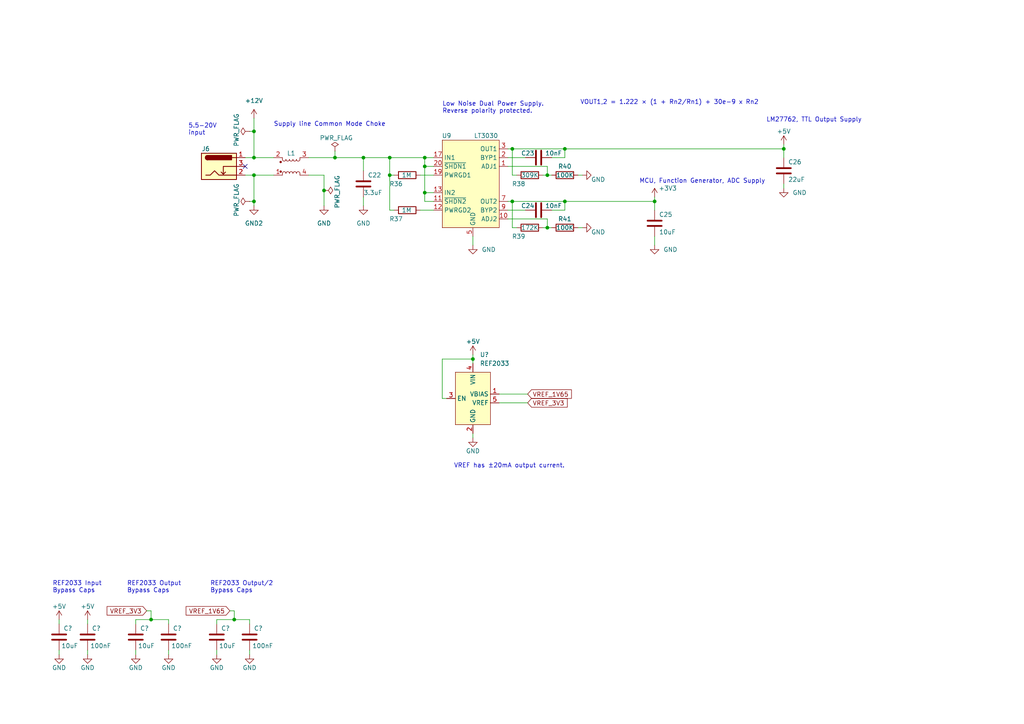
<source format=kicad_sch>
(kicad_sch (version 20230121) (generator eeschema)
  (paper "A4")
  (lib_symbols
    (symbol "Connector:Barrel_Jack_Switch" (pin_names hide)
      (property "Reference" "J" (at 0 5.334 0))
      (property "Value" "Barrel_Jack_Switch" (at 0 -5.08 0))
      (symbol "Barrel_Jack_Switch_0_1"
        (rectangle (start -5.08 3.81) (end 5.08 -3.81) (stroke (width 0.254)) (fill (type background)))
        (arc (start -3.302 3.175) (mid -3.9343 2.54) (end -3.302 1.905) (stroke (width 0.254)))
        (arc (start -3.302 3.175) (mid -3.9343 2.54) (end -3.302 1.905) (stroke (width 0.254)) (fill (type outline)))
        (polyline (pts (xy 1.27 -2.286) (xy 1.905 -1.651)) (stroke (width 0.254)))
        (polyline (pts (xy 5.08 2.54) (xy 3.81 2.54)) (stroke (width 0.254)))
        (polyline (pts (xy 5.08 0) (xy 1.27 0) (xy 1.27 -2.286) (xy 0.635 -1.651)) (stroke (width 0.254)))
        (polyline (pts (xy -3.81 -2.54) (xy -2.54 -2.54) (xy -1.27 -1.27) (xy 0 -2.54) (xy 2.54 -2.54) (xy 5.08 -2.54)) (stroke (width 0.254)))
        (rectangle (start 3.683 3.175) (end -3.302 1.905) (stroke (width 0.254)) (fill (type outline)))
      )
      (symbol "Barrel_Jack_Switch_1_1"
        (pin passive line (at 7.62 2.54 180) (length 2.54) (name "~") (number "1"))
        (pin passive line (at 7.62 -2.54 180) (length 2.54) (name "~") (number "2"))
        (pin passive line (at 7.62 0 180) (length 2.54) (name "~") (number "3"))
      )
    )
    (symbol "Device:C" (pin_numbers hide) (pin_names (offset 0.254))
      (property "Reference" "C" (at 0.635 2.54 0))
      (property "Value" "C" (at 0.635 -2.54 0))
      (symbol "C_0_1"
        (polyline (pts (xy -2.032 -0.762) (xy 2.032 -0.762)) (stroke (width 0.508)))
        (polyline (pts (xy -2.032 0.762) (xy 2.032 0.762)) (stroke (width 0.508)))
      )
      (symbol "C_1_1"
        (pin passive line (at 0 3.81 270) (length 2.794) (name "~") (number "1"))
        (pin passive line (at 0 -3.81 90) (length 2.794) (name "~") (number "2"))
      )
    )
    (symbol "Device:L_Coupled_1423" (pin_names (offset 0.254) hide)
      (property "Reference" "L" (at 0 4.445 0))
      (property "Value" "L_Coupled_1423" (at 0 -4.445 0))
      (symbol "L_Coupled_1423_0_1"
        (circle (center -3.048 -1.27) (radius 0.254) (fill (type outline)))
        (circle (center -3.048 1.524) (radius 0.254) (fill (type outline)))
        (arc (start -2.54 2.032) (mid -2.032 1.5262) (end -1.524 2.032))
        (arc (start -1.524 -2.032) (mid -2.032 -1.5262) (end -2.54 -2.032))
        (arc (start -1.524 2.032) (mid -1.016 1.5262) (end -0.508 2.032))
        (arc (start -0.508 -2.032) (mid -1.016 -1.5262) (end -1.524 -2.032))
        (arc (start -0.508 2.032) (mid 0 1.5262) (end 0.508 2.032))
        (polyline (pts (xy -2.54 -2.032) (xy -2.54 -2.54)))
        (polyline (pts (xy -2.54 2.032) (xy -2.54 2.54)))
        (polyline (pts (xy 2.54 -2.032) (xy 2.54 -2.54)))
        (polyline (pts (xy 2.54 2.54) (xy 2.54 2.032)))
        (arc (start 0.508 -2.032) (mid 0 -1.5262) (end -0.508 -2.032))
        (arc (start 0.508 2.032) (mid 1.016 1.5262) (end 1.524 2.032))
        (arc (start 1.524 -2.032) (mid 1.016 -1.5262) (end 0.508 -2.032))
        (arc (start 1.524 2.032) (mid 2.032 1.5262) (end 2.54 2.032))
        (arc (start 2.54 -2.032) (mid 2.032 -1.5262) (end 1.524 -2.032))
      )
      (symbol "L_Coupled_1423_1_1"
        (pin passive line (at -5.08 2.54 0) (length 2.54) (name "1") (number "1"))
        (pin passive line (at -5.08 -2.54 0) (length 2.54) (name "2") (number "2"))
        (pin passive line (at 5.08 -2.54 180) (length 2.54) (name "3") (number "3"))
        (pin passive line (at 5.08 2.54 180) (length 2.54) (name "4") (number "4"))
      )
    )
    (symbol "Device:R" (pin_numbers hide) (pin_names (offset 0))
      (property "Reference" "R" (at 2.032 0 90))
      (property "Value" "R" (at 0 0 90))
      (symbol "R_0_1"
        (rectangle (start -1.016 -2.54) (end 1.016 2.54) (stroke (width 0.254)))
      )
      (symbol "R_1_1"
        (pin passive line (at 0 3.81 270) (length 1.27) (name "~") (number "1"))
        (pin passive line (at 0 -3.81 90) (length 1.27) (name "~") (number "2"))
      )
    )
    (symbol "kicad_component_library:LT3030"
      (property "Reference" "U" (at -7.62 13.97 0))
      (property "Value" "LT3030" (at 3.81 13.97 0))
      (symbol "LT3030_0_1"
        (rectangle (start -8.89 -12.7) (end 7.62 12.7) (fill (type background)))
      )
      (symbol "LT3030_1_1"
        (pin input line (at 10.16 5.08 180) (length 2.54) (name "ADJ1") (number "1"))
        (pin input line (at 10.16 -10.16 180) (length 2.54) (name "ADJ2") (number "10"))
        (pin input line (at -11.43 -5.08 0) (length 2.54) (name "~{SHDN2}") (number "11"))
        (pin input line (at -11.43 -7.62 0) (length 2.54) (name "PWRGD2") (number "12"))
        (pin power_in line (at -11.43 -2.54 0) (length 2.54) (name "IN2") (number "13"))
        (pin power_in line (at -11.43 -2.54 0) (length 2.54) hide (name "IN2") (number "14"))
        (pin power_in line (at 0 -15.24 90) (length 2.54) hide (name "GND") (number "15"))
        (pin power_in line (at 0 -15.24 90) (length 2.54) hide (name "GND") (number "16"))
        (pin power_in line (at -11.43 7.62 0) (length 2.54) (name "IN1") (number "17"))
        (pin power_in line (at -11.43 7.62 0) (length 2.54) hide (name "IN1") (number "18"))
        (pin input line (at -11.43 2.54 0) (length 2.54) (name "PWRGD1") (number "19"))
        (pin input line (at 10.16 7.62 180) (length 2.54) (name "BYP1") (number "2"))
        (pin input line (at -11.43 5.08 0) (length 2.54) (name "~{SHDN1}") (number "20"))
        (pin power_in line (at 0 -15.24 90) (length 2.54) hide (name "GND") (number "21"))
        (pin power_out line (at 10.16 10.16 180) (length 2.54) (name "OUT1") (number "3"))
        (pin passive line (at 10.16 10.16 180) (length 2.54) hide (name "OUT1") (number "4"))
        (pin power_in line (at 0 -15.24 90) (length 2.54) (name "GND") (number "5"))
        (pin power_in line (at 0 -15.24 90) (length 2.54) hide (name "GND") (number "6"))
        (pin power_out line (at 10.16 -5.08 180) (length 2.54) (name "OUT2") (number "7"))
        (pin passive line (at 10.16 -5.08 180) (length 2.54) hide (name "OUT2") (number "8"))
        (pin input line (at 10.16 -7.62 180) (length 2.54) (name "BYP2") (number "9"))
      )
    )
    (symbol "kicad_component_library:REF20xx"
      (property "Reference" "U" (at -3.81 8.89 0))
      (property "Value" "REF20xx" (at 5.08 8.89 0))
      (symbol "REF20xx_0_1"
        (rectangle (start -5.08 -7.62) (end 5.08 7.62) (fill (type background)))
      )
      (symbol "REF20xx_1_1"
        (pin power_out line (at 7.62 1.27 180) (length 2.54) (name "VBIAS") (number "1"))
        (pin power_in line (at 0 -10.16 90) (length 2.54) (name "GND") (number "2"))
        (pin input line (at -7.62 0 0) (length 2.54) (name "EN") (number "3"))
        (pin power_in line (at 0 10.16 270) (length 2.54) (name "VIN") (number "4"))
        (pin power_out line (at 7.62 -1.27 180) (length 2.54) (name "VREF") (number "5"))
      )
    )
    (symbol "power:+12V" (power) (pin_names (offset 0))
      (property "Value" "+12V" (at 0 3.556 0))
      (symbol "+12V_0_1"
        (polyline (pts (xy -0.762 1.27) (xy 0 2.54)))
        (polyline (pts (xy 0 0) (xy 0 2.54)))
        (polyline (pts (xy 0 2.54) (xy 0.762 1.27)))
      )
      (symbol "+12V_1_1"
        (pin power_in line (at 0 0 90) (length 0) hide (name "+12V") (number "1"))
      )
    )
    (symbol "power:+3.3V" (power) (pin_names (offset 0))
      (property "Value" "+3.3V" (at 0 3.556 0))
      (symbol "+3.3V_0_1"
        (polyline (pts (xy -0.762 1.27) (xy 0 2.54)))
        (polyline (pts (xy 0 0) (xy 0 2.54)))
        (polyline (pts (xy 0 2.54) (xy 0.762 1.27)))
      )
      (symbol "+3.3V_1_1"
        (pin power_in line (at 0 0 90) (length 0) hide (name "+3V3") (number "1"))
      )
    )
    (symbol "power:+5V" (power) (pin_names (offset 0))
      (property "Value" "+5V" (at 0 3.556 0))
      (symbol "+5V_0_1"
        (polyline (pts (xy -0.762 1.27) (xy 0 2.54)))
        (polyline (pts (xy 0 0) (xy 0 2.54)))
        (polyline (pts (xy 0 2.54) (xy 0.762 1.27)))
      )
      (symbol "+5V_1_1"
        (pin power_in line (at 0 0 90) (length 0) hide (name "+5V") (number "1"))
      )
    )
    (symbol "power:GND" (power) (pin_names (offset 0))
      (property "Value" "GND" (at 0 -3.81 0))
      (symbol "GND_0_1"
        (polyline (pts (xy 0 0) (xy 0 -1.27) (xy 1.27 -1.27) (xy 0 -2.54) (xy -1.27 -1.27) (xy 0 -1.27)))
      )
      (symbol "GND_1_1"
        (pin power_in line (at 0 0 270) (length 0) hide (name "GND") (number "1"))
      )
    )
    (symbol "power:GND2" (power) (pin_names (offset 0))
      (property "Value" "GND2" (at 0 -3.81 0))
      (symbol "GND2_0_1"
        (polyline (pts (xy 0 0) (xy 0 -1.27) (xy 1.27 -1.27) (xy 0 -2.54) (xy -1.27 -1.27) (xy 0 -1.27)))
      )
      (symbol "GND2_1_1"
        (pin power_in line (at 0 0 270) (length 0) hide (name "GND2") (number "1"))
      )
    )
    (symbol "power:PWR_FLAG" (power) (pin_numbers hide) (pin_names (offset 0) hide)
      (property "Value" "PWR_FLAG" (at 0 3.81 0))
      (symbol "PWR_FLAG_0_0"
        (pin power_out line (at 0 0 90) (length 0) (name "pwr") (number "1"))
      )
      (symbol "PWR_FLAG_0_1"
        (polyline (pts (xy 0 0) (xy 0 1.27) (xy -1.016 1.905) (xy 0 2.54) (xy 1.016 1.905) (xy 0 1.27)))
      )
    )
  )
  (junction (at 93.98 55.245))
  (junction (at 158.75 50.8))
  (junction (at 163.83 58.42))
  (junction (at 113.03 45.72))
  (junction (at 67.945 179.705))
  (junction (at 97.155 45.72))
  (junction (at 113.03 50.8))
  (junction (at 73.66 38.1))
  (junction (at 123.19 45.72))
  (junction (at 148.59 43.18))
  (junction (at 227.33 43.18))
  (junction (at 105.41 45.72))
  (junction (at 148.59 58.42))
  (junction (at 73.66 45.72))
  (junction (at 189.865 58.42))
  (junction (at 73.66 58.42))
  (junction (at 163.83 43.18))
  (junction (at 158.75 66.04))
  (junction (at 73.66 50.8))
  (junction (at 123.19 55.88))
  (junction (at 123.19 48.26))
  (junction (at 137.16 104.14))
  (junction (at 43.815 179.705))
  (no_connect (at 71.12 48.26))
  (wire (pts (xy 129.54 115.57) (xy 128.27 115.57)))
  (wire (pts (xy 25.4 179.705) (xy 25.4 180.975)))
  (wire (pts (xy 113.03 45.72) (xy 113.03 50.8)))
  (wire (pts (xy 48.895 179.705) (xy 48.895 180.975)))
  (wire (pts (xy 123.19 45.72) (xy 123.19 48.26)))
  (wire (pts (xy 39.37 179.705) (xy 39.37 180.975)))
  (wire (pts (xy 149.86 66.04) (xy 148.59 66.04)))
  (wire (pts (xy 123.19 48.26) (xy 125.73 48.26)))
  (wire (pts (xy 105.41 45.72) (xy 105.41 49.53)))
  (wire (pts (xy 72.39 179.705) (xy 72.39 180.975)))
  (wire (pts (xy 149.86 50.8) (xy 148.59 50.8)))
  (wire (pts (xy 125.73 55.88) (xy 123.19 55.88)))
  (wire (pts (xy 158.75 50.8) (xy 160.02 50.8)))
  (wire (pts (xy 189.865 57.15) (xy 189.865 58.42)))
  (wire (pts (xy 97.155 45.72) (xy 105.41 45.72)))
  (wire (pts (xy 105.41 57.15) (xy 105.41 59.69)))
  (wire (pts (xy 148.59 50.8) (xy 148.59 43.18)))
  (wire (pts (xy 73.66 34.29) (xy 73.66 38.1)))
  (wire (pts (xy 125.73 58.42) (xy 123.19 58.42)))
  (wire (pts (xy 123.19 45.72) (xy 125.73 45.72)))
  (wire (pts (xy 17.145 188.595) (xy 17.145 189.865)))
  (wire (pts (xy 137.16 104.14) (xy 137.16 105.41)))
  (wire (pts (xy 189.865 58.42) (xy 189.865 60.96)))
  (wire (pts (xy 42.545 177.165) (xy 43.815 177.165)))
  (wire (pts (xy 148.59 66.04) (xy 148.59 58.42)))
  (wire (pts (xy 123.19 58.42) (xy 123.19 55.88)))
  (wire (pts (xy 62.865 179.705) (xy 62.865 180.975)))
  (wire (pts (xy 163.83 58.42) (xy 189.865 58.42)))
  (wire (pts (xy 73.66 38.1) (xy 73.66 45.72)))
  (wire (pts (xy 105.41 45.72) (xy 113.03 45.72)))
  (wire (pts (xy 72.39 38.1) (xy 73.66 38.1)))
  (wire (pts (xy 147.32 48.26) (xy 158.75 48.26)))
  (wire (pts (xy 163.83 43.18) (xy 227.33 43.18)))
  (wire (pts (xy 148.59 43.18) (xy 163.83 43.18)))
  (wire (pts (xy 227.33 53.34) (xy 227.33 54.61)))
  (wire (pts (xy 73.66 45.72) (xy 79.375 45.72)))
  (wire (pts (xy 157.48 50.8) (xy 158.75 50.8)))
  (wire (pts (xy 93.98 50.8) (xy 89.535 50.8)))
  (wire (pts (xy 163.83 60.96) (xy 163.83 58.42)))
  (wire (pts (xy 147.32 63.5) (xy 158.75 63.5)))
  (wire (pts (xy 43.815 177.165) (xy 43.815 179.705)))
  (wire (pts (xy 123.19 48.26) (xy 123.19 55.88)))
  (wire (pts (xy 93.98 55.245) (xy 93.98 59.69)))
  (wire (pts (xy 73.66 59.69) (xy 73.66 58.42)))
  (wire (pts (xy 137.16 125.73) (xy 137.16 127)))
  (wire (pts (xy 157.48 66.04) (xy 158.75 66.04)))
  (wire (pts (xy 163.83 45.72) (xy 163.83 43.18)))
  (wire (pts (xy 158.75 66.04) (xy 160.02 66.04)))
  (wire (pts (xy 67.945 177.165) (xy 67.945 179.705)))
  (wire (pts (xy 137.16 68.58) (xy 137.16 71.12)))
  (wire (pts (xy 158.75 48.26) (xy 158.75 50.8)))
  (wire (pts (xy 113.03 50.8) (xy 114.3 50.8)))
  (wire (pts (xy 189.865 68.58) (xy 189.865 71.12)))
  (wire (pts (xy 153.035 116.84) (xy 144.78 116.84)))
  (wire (pts (xy 148.59 58.42) (xy 163.83 58.42)))
  (wire (pts (xy 62.865 179.705) (xy 67.945 179.705)))
  (wire (pts (xy 48.895 188.595) (xy 48.895 189.865)))
  (wire (pts (xy 147.32 58.42) (xy 148.59 58.42)))
  (wire (pts (xy 73.66 58.42) (xy 73.66 50.8)))
  (wire (pts (xy 227.33 43.18) (xy 227.33 45.72)))
  (wire (pts (xy 128.27 115.57) (xy 128.27 104.14)))
  (wire (pts (xy 73.66 50.8) (xy 71.12 50.8)))
  (wire (pts (xy 73.66 50.8) (xy 79.375 50.8)))
  (wire (pts (xy 48.895 179.705) (xy 43.815 179.705)))
  (wire (pts (xy 167.64 50.8) (xy 168.91 50.8)))
  (wire (pts (xy 72.39 58.42) (xy 73.66 58.42)))
  (wire (pts (xy 114.3 60.96) (xy 113.03 60.96)))
  (wire (pts (xy 144.78 114.3) (xy 153.035 114.3)))
  (wire (pts (xy 93.98 50.8) (xy 93.98 55.245)))
  (wire (pts (xy 121.92 50.8) (xy 125.73 50.8)))
  (wire (pts (xy 89.535 45.72) (xy 97.155 45.72)))
  (wire (pts (xy 17.145 179.705) (xy 17.145 180.975)))
  (wire (pts (xy 147.32 60.96) (xy 152.4 60.96)))
  (wire (pts (xy 97.155 43.815) (xy 97.155 45.72)))
  (wire (pts (xy 39.37 179.705) (xy 43.815 179.705)))
  (wire (pts (xy 137.16 102.87) (xy 137.16 104.14)))
  (wire (pts (xy 167.64 66.04) (xy 168.91 66.04)))
  (wire (pts (xy 158.75 63.5) (xy 158.75 66.04)))
  (wire (pts (xy 71.12 45.72) (xy 73.66 45.72)))
  (wire (pts (xy 113.03 50.8) (xy 113.03 60.96)))
  (wire (pts (xy 62.865 188.595) (xy 62.865 189.865)))
  (wire (pts (xy 67.945 179.705) (xy 72.39 179.705)))
  (wire (pts (xy 66.675 177.165) (xy 67.945 177.165)))
  (wire (pts (xy 72.39 188.595) (xy 72.39 189.865)))
  (wire (pts (xy 25.4 188.595) (xy 25.4 189.865)))
  (wire (pts (xy 160.02 60.96) (xy 163.83 60.96)))
  (wire (pts (xy 160.02 45.72) (xy 163.83 45.72)))
  (wire (pts (xy 39.37 188.595) (xy 39.37 189.865)))
  (wire (pts (xy 227.33 41.91) (xy 227.33 43.18)))
  (wire (pts (xy 147.32 43.18) (xy 148.59 43.18)))
  (wire (pts (xy 113.03 45.72) (xy 123.19 45.72)))
  (wire (pts (xy 152.4 45.72) (xy 147.32 45.72)))
  (wire (pts (xy 128.27 104.14) (xy 137.16 104.14)))
  (wire (pts (xy 121.92 60.96) (xy 125.73 60.96)))
  (text "REF2033 Input\nBypass Caps" (at 15.24 172.085 0) (effects (font (size 1.27 1.27)) (justify left bottom)))
  (text "REF2033 Output/2\nBypass Caps" (at 60.96 172.085 0) (effects (font (size 1.27 1.27)) (justify left bottom)))
  (text "MCU, Function Generator, ADC Supply" (at 185.42 53.34 0) (effects (font (size 1.27 1.27)) (justify left bottom)))
  (text "5.5-20V \ninput" (at 54.61 39.37 0) (effects (font (size 1.27 1.27)) (justify left bottom)))
  (text "REF2033 Output\nBypass Caps" (at 36.83 172.085 0) (effects (font (size 1.27 1.27)) (justify left bottom)))
  (text "VOUT1,2 = 1.222 × (1 + Rn2/Rn1) + 30e-9 x Rn2" (at 168.275 30.48 0) (effects (font (size 1.27 1.27)) (justify left bottom)))
  (text "Supply line Common Mode Choke" (at 79.375 36.83 0) (effects (font (size 1.27 1.27)) (justify left bottom)))
  (text "VREF has ±20mA output current." (at 163.83 135.89 0) (effects (font (size 1.27 1.27)) (justify right bottom)))
  (text "Low Noise Dual Power Supply.\nReverse polarity protected." (at 128.27 33.02 0) (effects (font (size 1.27 1.27)) (justify left bottom)))
  (text "LM27762, TTL Output Supply" (at 222.25 35.56 0) (effects (font (size 1.27 1.27)) (justify left bottom)))
  (global_label "VREF_3V3" (shape input) (at 153.035 116.84 0) (property "Intersheetrefs" "${INTERSHEET_REFS}" (effects hide)))
  (global_label "VREF_1V65" (shape input) (at 66.675 177.165 180) (property "Intersheetrefs" "${INTERSHEET_REFS}" (effects hide)))
  (global_label "VREF_1V65" (shape input) (at 153.035 114.3 0) (property "Intersheetrefs" "${INTERSHEET_REFS}" (effects hide)))
  (global_label "VREF_3V3" (shape input) (at 42.545 177.165 180) (property "Intersheetrefs" "${INTERSHEET_REFS}" (effects hide)))
  (symbol (lib_id "Device:C") (at 105.41 53.34 0) (unit 1)
    (property "Reference" "C22" (at 106.68 50.8 0) (effects (justify left)))
    (property "Value" "3.3uF" (at 105.41 55.88 0) (effects (justify left)))
    (property "Footprint" "Capacitor_SMD:C_0805_2012Metric" (effects hide))
    (property "Datasheet" "https://product.tdk.com/system/files/dam/doc/product/capacitor/ceramic/mlcc/catalog/mlcc_automotive_general_en.pdf" (effects hide))
    (property "Link" "https://www.digikey.com/en/products/detail/tdk-corporation/CGA4J1X7R1E335K125AC/2672859" (effects hide))
    (property "Manufacturer" "TDK Corporation" (effects hide))
    (property "Manufacturer Number" "CGA4J1X7R1E335K125AC" (effects hide))
    (property "Rated Voltage" "25V" (effects hide))
    (property "Temperature Coefficient" "X7R" (effects hide))
    (property "Tolerance" "10%" (effects hide))
    (property "Voltage" "25V" (effects hide))
    (instances (project "sniff_detector" (path "" (reference "C22") (unit 1))) (project "harp_lick_detector_capactive" (path "" (reference "C1") (unit 1)) (path "" (reference "C45") (unit 1))))
  )
  (symbol (lib_id "power:GND") (at 137.16 127 0) (unit 1)
    (property "Reference" "#PWR096" (effects hide))
    (property "Value" "GND" (at 137.16 130.81 0))
    (instances (project "sniff_detector" (path "" (reference "#PWR096") (unit 1))) (project "harp_lick_detector_capactive" (path "" (reference "#PWR0109") (unit 1)) (path "" (reference "#PWR0103") (unit 1))))
  )
  (symbol (lib_id "power:PWR_FLAG") (at 72.39 58.42 90) (unit 1)
    (property "Reference" "#FLG03" (effects hide))
    (property "Value" "PWR_FLAG" (at 68.58 62.865 0) (effects (justify left)))
    (instances (project "sniff_detector" (path "" (reference "#FLG03") (unit 1)) (path "" (reference "#FLG04") (unit 1))) (project "harp_lick_detector_capactive" (path "" (reference "#FLG01") (unit 1)) (path "" (reference "#FLG08") (unit 1))))
  )
  (symbol (lib_id "power:GND") (at 168.91 50.8 90) (unit 1)
    (property "Reference" "#PWR052" (effects hide))
    (property "Value" "GND" (at 171.45 52.07 90) (effects (justify right)))
    (instances (project "sniff_detector" (path "" (reference "#PWR052") (unit 1))) (project "harp_lick_detector_capactive" (path "" (reference "#PWR0113") (unit 1)) (path "" (reference "#PWR0105") (unit 1))))
  )
  (symbol (lib_id "power:GND") (at 17.145 189.865 0) (unit 1)
    (property "Reference" "#PWR078" (effects hide))
    (property "Value" "GND" (at 17.145 193.675 0))
    (instances (project "sniff_detector" (path "" (reference "#PWR078") (unit 1))) (project "harp_lick_detector_capactive" (path "" (reference "#PWR0109") (unit 1)) (path "" (reference "#PWR0103") (unit 1))))
  )
  (symbol (lib_id "Device:R") (at 118.11 60.96 90) (unit 1)
    (property "Reference" "R37" (at 116.84 63.5 90) (effects (justify left)))
    (property "Value" "1M" (at 119.38 60.96 90) (effects (justify left)))
    (property "Footprint" "Resistor_SMD:R_0402_1005Metric" (effects hide))
    (property "Datasheet" "https://www.yageo.com/upload/media/product/productsearch/datasheet/rchip/PYu-RC_Group_51_RoHS_L_12.pdf" (effects hide))
    (property "Link" "https://www.digikey.com/en/products/detail/yageo/RC0402FR-101ML/16982190" (effects hide))
    (property "Manufacturer" "Yageo" (effects hide))
    (property "Manufacturer Number" "RC0402FR-101ML" (effects hide))
    (property "Tolerance" "1%" (effects hide))
    (property "PCBWay Link" "https://www.pcbway.com/components/detail/RC0402FR101ML/1269302/" (effects hide))
    (instances (project "sniff_detector" (path "" (reference "R37") (unit 1))) (project "harp_lick_detector_capactive" (path "" (reference "R2") (unit 1)) (path "" (reference "R37") (unit 1))))
  )
  (symbol (lib_id "power:GND") (at 189.865 71.12 0) (unit 1)
    (property "Reference" "#PWR0101" (effects hide))
    (property "Value" "GND" (at 192.405 72.3899 0) (effects (justify left)))
    (instances (project "sniff_detector" (path "" (reference "#PWR0101") (unit 1))) (project "harp_lick_detector_capactive" (path "" (reference "#PWR0114") (unit 1)) (path "" (reference "#PWR0108") (unit 1))))
  )
  (symbol (lib_id "power:+12V") (at 73.66 34.29 0) (unit 1)
    (property "Reference" "#PWR047" (effects hide))
    (property "Value" "+12V" (at 73.66 29.21 0))
    (instances (project "sniff_detector" (path "" (reference "#PWR047") (unit 1))) (project "harp_lick_detector_capactive" (path "" (reference "#PWR0110") (unit 1)) (path "" (reference "#PWR0101") (unit 1))))
  )
  (symbol (lib_id "power:GND") (at 25.4 189.865 0) (unit 1)
    (property "Reference" "#PWR085" (effects hide))
    (property "Value" "GND" (at 25.4 193.675 0))
    (instances (project "sniff_detector" (path "" (reference "#PWR085") (unit 1))) (project "harp_lick_detector_capactive" (path "" (reference "#PWR0109") (unit 1)) (path "" (reference "#PWR0103") (unit 1))))
  )
  (symbol (lib_id "power:PWR_FLAG") (at 97.155 43.815 0) (unit 1)
    (property "Reference" "#FLG03" (effects hide))
    (property "Value" "PWR_FLAG" (at 92.71 40.005 0) (effects (justify left)))
    (instances (project "sniff_detector" (path "" (reference "#FLG03") (unit 1)) (path "" (reference "#FLG07") (unit 1))) (project "harp_lick_detector_capactive" (path "" (reference "#FLG01") (unit 1)) (path "" (reference "#FLG08") (unit 1))))
  )
  (symbol (lib_id "Device:C") (at 227.33 49.53 0) (unit 1)
    (property "Reference" "C26" (at 228.6 46.99 0) (effects (justify left)))
    (property "Value" "22uF" (at 228.6 52.07 0) (effects (justify left)))
    (property "Footprint" "Capacitor_SMD:C_0805_2012Metric" (effects hide))
    (property "Datasheet" "https://media.digikey.com/pdf/Data%20Sheets/Samsung%20PDFs/CL21A226KPCLRNC_Spec.pdf" (effects hide))
    (property "Link" "https://www.digikey.com/en/products/detail/samsung-electro-mechanics/CL21A226KPCLRNC/5961270" (effects hide))
    (property "Manufacturer Number" "CL21A226KPCLRNC" (effects hide))
    (property "Temperature Coefficient" "X5R" (effects hide))
    (property "Rated Voltage" "25V" (effects hide))
    (property "PCBWay Link" "todo" (effects hide))
    (property "Voltage" "25V" (effects hide))
    (property "Manufacturer" "Samsung Electro-Mechanics" (effects hide))
    (instances (project "sniff_detector" (path "" (reference "C26") (unit 1))) (project "harp_lick_detector_capactive" (path "" (reference "C5") (unit 1)) (path "" (reference "C49") (unit 1))))
  )
  (symbol (lib_id "power:PWR_FLAG") (at 72.39 38.1 90) (unit 1)
    (property "Reference" "#FLG03" (effects hide))
    (property "Value" "PWR_FLAG" (at 68.58 42.545 0) (effects (justify left)))
    (instances (project "sniff_detector" (path "" (reference "#FLG03") (unit 1)) (path "" (reference "#FLG08") (unit 1))) (project "harp_lick_detector_capactive" (path "" (reference "#FLG01") (unit 1)) (path "" (reference "#FLG08") (unit 1))))
  )
  (symbol (lib_id "Device:C") (at 62.865 184.785 0) (unit 1)
    (property "Reference" "C?" (at 64.135 182.245 0) (effects (justify left)))
    (property "Value" "10uF" (at 63.5 187.325 0) (effects (justify left)))
    (property "Footprint" "Capacitor_SMD:C_0603_1608Metric" (effects hide))
    (property "Datasheet" "https://search.murata.co.jp/Ceramy/image/img/A01X/G101/ENG/GRM188R61E106KA73-01A.pdf" (effects hide))
    (property "Link" "https://www.digikey.com/en/products/detail/murata-electronics/GRM188R61E106KA73J/9887674" (effects hide))
    (property "Manufacturer Number" "GRM188R61E106KA73J" (effects hide))
    (property "Manufacturer" "Murata Electronics" (effects hide))
    (property "Tolerance" "10%" (effects hide))
    (property "Voltage" "25V" (effects hide))
    (property "Rated Voltage" "25V" (effects hide))
    (property "Temperature Coefficient" "X5R" (effects hide))
    (instances (project "sniff_detector" (path "" (reference "C?") (unit 1)) (path "" (reference "C?") (unit 1)) (path "" (reference "C41") (unit 1))))
  )
  (symbol (lib_id "power:GND") (at 105.41 59.69 0) (unit 1)
    (property "Reference" "#PWR050" (effects hide))
    (property "Value" "GND" (at 105.41 64.77 0))
    (instances (project "sniff_detector" (path "" (reference "#PWR050") (unit 1))) (project "harp_lick_detector_capactive" (path "" (reference "#PWR0109") (unit 1)) (path "" (reference "#PWR0103") (unit 1))))
  )
  (symbol (lib_id "power:+5V") (at 17.145 179.705 0) (mirror y) (unit 1)
    (property "Reference" "#PWR?" (effects hide))
    (property "Value" "+5V" (at 17.145 175.895 0))
    (instances (project "sniff_detector" (path "" (reference "#PWR?") (unit 1)) (path "" (reference "#PWR?") (unit 1)) (path "" (reference "#PWR077") (unit 1))))
  )
  (symbol (lib_id "Device:R") (at 153.67 66.04 90) (unit 1)
    (property "Reference" "R39" (at 152.4 68.58 90) (effects (justify left)))
    (property "Value" "172K" (at 156.21 66.04 90) (effects (justify left)))
    (property "Footprint" "Resistor_SMD:R_0402_1005Metric" (effects hide))
    (property "Datasheet" "https://www.koaspeer.com/pdfs/RN73H.pdf" (effects hide))
    (property "Link" "https://www.digikey.com/en/products/detail/koa-speer-electronics-inc/RN73H1ETTP1723F25/9913967" (effects hide))
    (property "Manufacturer" "Koa Speer Electronics, Inc." (effects hide))
    (property "Manufacturer Number" "RN73H1ETTP1723F25" (effects hide))
    (property "Tolerance" "1%" (effects hide))
    (property "Vendor Reel Link" "2019-RN73H1ETTP1723F25DKR-ND" (effects hide))
    (instances (project "sniff_detector" (path "" (reference "R39") (unit 1))) (project "harp_lick_detector_capactive" (path "" (reference "R62") (unit 1)) (path "" (reference "R39") (unit 1))))
  )
  (symbol (lib_id "power:GND") (at 62.865 189.865 0) (unit 1)
    (property "Reference" "#PWR088" (effects hide))
    (property "Value" "GND" (at 62.865 193.675 0))
    (instances (project "sniff_detector" (path "" (reference "#PWR088") (unit 1))) (project "harp_lick_detector_capactive" (path "" (reference "#PWR0109") (unit 1)) (path "" (reference "#PWR0103") (unit 1))))
  )
  (symbol (lib_id "Device:C") (at 156.21 45.72 270) (unit 1)
    (property "Reference" "C23" (at 151.13 44.45 90) (effects (justify left)))
    (property "Value" "10nF" (at 158.115 44.45 90) (effects (justify left)))
    (property "Footprint" "Capacitor_SMD:C_0402_1005Metric" (effects hide))
    (property "Datasheet" "https://www.yageo.com/upload/media/product/productsearch/datasheet/mlcc/UPY-GPHC_X7R_6.3V-to-250V_23.pdf" (effects hide))
    (property "Link" "https://www.digikey.com/en/products/detail/yageo/CC0402KPX7R8BB103/11490384" (effects hide))
    (property "Manufacturer" "Yageo" (effects hide))
    (property "Manufacturer Number" "CC0402KPX7R8BB103" (effects hide))
    (property "Rated Voltage" "25V" (effects hide))
    (property "Temperature Coefficient" "X7R" (effects hide))
    (property "Tolerance" "10%" (effects hide))
    (property "Voltage" "25V" (effects hide))
    (instances (project "sniff_detector" (path "" (reference "C23") (unit 1))) (project "harp_lick_detector_capactive" (path "" (reference "C32") (unit 1)) (path "" (reference "C4") (unit 1)) (path "" (reference "C46") (unit 1))))
  )
  (symbol (lib_id "kicad_component_library:LT3030") (at 137.16 53.34 0) (unit 1)
    (property "Reference" "U9" (at 129.54 39.37 0))
    (property "Value" "LT3030" (at 140.97 39.37 0))
    (property "Footprint" "Package_SO:ETSSOP-20-1EP_4.4x6.5mm_P0.65mm_EP3x4.2mm" (effects hide))
    (property "Datasheet" "https://www.analog.com/media/en/technical-documentation/data-sheets/3030fa.pdf" (effects hide))
    (property "Link" "https://www.digikey.com/en/products/detail/analog-devices-inc/LT3030EFE-PBF/3913120" (effects hide))
    (property "Manufacturer" "Analog Devices Inc." (effects hide))
    (property "Manufacturer Number" "LT3030EFE#PBF" (effects hide))
    (instances (project "sniff_detector" (path "" (reference "U9") (unit 1))) (project "harp_lick_detector_capactive" (path "" (reference "U5") (unit 1)) (path "" (reference "U12") (unit 1))))
  )
  (symbol (lib_id "Device:R") (at 163.83 66.04 270) (unit 1)
    (property "Reference" "R41" (at 163.83 63.5 90))
    (property "Value" "100K" (at 163.83 66.04 90))
    (property "Footprint" "Resistor_SMD:R_0402_1005Metric" (effects hide))
    (property "Datasheet" "https://www.yageo.com/upload/media/product/productsearch/datasheet/rchip/PYu-RT_1-to-0.01_RoHS_L_15.pdf" (effects hide))
    (property "Link" "https://www.digikey.com/en/products/detail/yageo/RT0402BRD07100KL/1068989" (effects hide))
    (property "Manufacturer" "Yageo" (effects hide))
    (property "Manufacturer Number" "RT0402BRD07100KL" (effects hide))
    (property "Tolerance" "0.1%" (effects hide))
    (instances (project "sniff_detector" (path "" (reference "R41") (unit 1))) (project "harp_lick_detector_capactive" (path "" (reference "R20") (unit 1)) (path "" (reference "R41") (unit 1))))
  )
  (symbol (lib_id "power:GND") (at 137.16 71.12 0) (unit 1)
    (property "Reference" "#PWR051" (effects hide))
    (property "Value" "GND" (at 139.7 72.3899 0) (effects (justify left)))
    (instances (project "sniff_detector" (path "" (reference "#PWR051") (unit 1))) (project "harp_lick_detector_capactive" (path "" (reference "#PWR0101") (unit 1)) (path "" (reference "#PWR0104") (unit 1))))
  )
  (symbol (lib_id "Device:C") (at 39.37 184.785 0) (unit 1)
    (property "Reference" "C?" (at 40.64 182.245 0) (effects (justify left)))
    (property "Value" "10uF" (at 40.005 187.325 0) (effects (justify left)))
    (property "Footprint" "Capacitor_SMD:C_0603_1608Metric" (effects hide))
    (property "Datasheet" "https://search.murata.co.jp/Ceramy/image/img/A01X/G101/ENG/GRM188R61E106KA73-01A.pdf" (effects hide))
    (property "Link" "https://www.digikey.com/en/products/detail/murata-electronics/GRM188R61E106KA73J/9887674" (effects hide))
    (property "Manufacturer Number" "GRM188R61E106KA73J" (effects hide))
    (property "Manufacturer" "Murata Electronics" (effects hide))
    (property "Tolerance" "10%" (effects hide))
    (property "Voltage" "25V" (effects hide))
    (property "Rated Voltage" "25V" (effects hide))
    (property "Temperature Coefficient" "X5R" (effects hide))
    (instances (project "sniff_detector" (path "" (reference "C?") (unit 1)) (path "" (reference "C?") (unit 1)) (path "" (reference "C38") (unit 1))))
  )
  (symbol (lib_id "power:GND") (at 168.91 66.04 90) (unit 1)
    (property "Reference" "#PWR053" (effects hide))
    (property "Value" "GND" (at 171.45 67.31 90) (effects (justify right)))
    (instances (project "sniff_detector" (path "" (reference "#PWR053") (unit 1))) (project "harp_lick_detector_capactive" (path "" (reference "#PWR0115") (unit 1)) (path "" (reference "#PWR0106") (unit 1))))
  )
  (symbol (lib_id "power:PWR_FLAG") (at 93.98 55.245 270) (unit 1)
    (property "Reference" "#FLG03" (effects hide))
    (property "Value" "PWR_FLAG" (at 97.79 50.8 0) (effects (justify left)))
    (instances (project "sniff_detector" (path "" (reference "#FLG03") (unit 1)) (path "" (reference "#FLG06") (unit 1))) (project "harp_lick_detector_capactive" (path "" (reference "#FLG01") (unit 1)) (path "" (reference "#FLG08") (unit 1))))
  )
  (symbol (lib_id "power:GND") (at 72.39 189.865 0) (unit 1)
    (property "Reference" "#PWR089" (effects hide))
    (property "Value" "GND" (at 72.39 193.675 0))
    (instances (project "sniff_detector" (path "" (reference "#PWR089") (unit 1))) (project "harp_lick_detector_capactive" (path "" (reference "#PWR0109") (unit 1)) (path "" (reference "#PWR0103") (unit 1))))
  )
  (symbol (lib_id "Device:C") (at 72.39 184.785 0) (mirror x) (unit 1)
    (property "Reference" "C?" (at 74.93 182.245 0))
    (property "Value" "100nF" (at 76.2 187.325 0))
    (property "Footprint" "Capacitor_SMD:C_0402_1005Metric" (effects hide))
    (property "Datasheet" "http://www.passivecomponent.com/wp-content/uploads/datasheet/WTC_MLCC_General_Purpose.pdf" (effects hide))
    (property "Link" "https://www.digikey.com/en/products/detail/walsin-technology-corporation/0402B104K160CT/6707534" (effects hide))
    (property "Manufacturer" "Walson Technology Corporation" (effects hide))
    (property "Manufacturer Number" "0402B104K160CT" (effects hide))
    (property "Tolerance" "10%" (effects hide))
    (property "Voltage" "16V" (effects hide))
    (property "PCBWay Link" "https://www.pcbway.com/components/detail/0402B104K160CT/307171/" (effects hide))
    (property "Rated Voltage" "16V" (effects hide))
    (property "Temperature Coefficient" "X7R" (effects hide))
    (instances (project "sniff_detector" (path "" (reference "C?") (unit 1)) (path "" (reference "C?") (unit 1)) (path "" (reference "C42") (unit 1))))
  )
  (symbol (lib_id "Device:C") (at 17.145 184.785 0) (unit 1)
    (property "Reference" "C?" (at 18.415 182.245 0) (effects (justify left)))
    (property "Value" "10uF" (at 17.78 187.325 0) (effects (justify left)))
    (property "Footprint" "Capacitor_SMD:C_0603_1608Metric" (effects hide))
    (property "Datasheet" "https://search.murata.co.jp/Ceramy/image/img/A01X/G101/ENG/GRM188R61E106KA73-01A.pdf" (effects hide))
    (property "Link" "https://www.digikey.com/en/products/detail/murata-electronics/GRM188R61E106KA73J/9887674" (effects hide))
    (property "Manufacturer Number" "GRM188R61E106KA73J" (effects hide))
    (property "Manufacturer" "Murata Electronics" (effects hide))
    (property "Tolerance" "10%" (effects hide))
    (property "Voltage" "25V" (effects hide))
    (property "Rated Voltage" "25V" (effects hide))
    (property "Temperature Coefficient" "X5R" (effects hide))
    (instances (project "sniff_detector" (path "" (reference "C?") (unit 1)) (path "" (reference "C?") (unit 1)) (path "" (reference "C35") (unit 1))))
  )
  (symbol (lib_id "kicad_component_library:REF20xx") (at 137.16 115.57 0) (unit 1)
    (property "Reference" "U?" (at 139.1794 102.87 0) (effects (justify left)))
    (property "Value" "REF2033" (at 139.1794 105.41 0) (effects (justify left)))
    (property "Footprint" "Package_TO_SOT_SMD:SOT-23-5" (effects hide))
    (property "Datasheet" "https://www.ti.com/lit/ds/symlink/ref20-q1.pdf" (effects hide))
    (property "Link" "https://www.digikey.com/en/products/detail/texas-instruments/REF2033QDDCRQ1/15926650" (effects hide))
    (property "Manufacturer" "Texas Instruments" (effects hide))
    (property "Manufacturer Number" "REF2033QDDCRQ1" (effects hide))
    (property "Vendor Number" "296-REF2033QDDCRQ1DKR-ND" (effects hide))
    (instances (project "sniff_detector" (path "" (reference "U?") (unit 1)) (path "" (reference "U?") (unit 1)) (path "" (reference "U8") (unit 1))))
  )
  (symbol (lib_id "power:GND2") (at 73.66 59.69 0) (unit 1)
    (property "Reference" "#PWR048" (effects hide))
    (property "Value" "GND2" (at 73.66 64.77 0))
    (instances (project "sniff_detector" (path "" (reference "#PWR048") (unit 1))) (project "harp_lick_detector_capactive" (path "" (reference "#PWR096") (unit 1))))
  )
  (symbol (lib_id "Device:C") (at 156.21 60.96 270) (unit 1)
    (property "Reference" "C24" (at 151.13 59.69 90) (effects (justify left)))
    (property "Value" "10nF" (at 158.115 59.69 90) (effects (justify left)))
    (property "Footprint" "Capacitor_SMD:C_0402_1005Metric" (effects hide))
    (property "Datasheet" "https://www.yageo.com/upload/media/product/productsearch/datasheet/mlcc/UPY-GPHC_X7R_6.3V-to-250V_23.pdf" (effects hide))
    (property "Link" "https://www.digikey.com/en/products/detail/yageo/CC0402KPX7R8BB103/11490384" (effects hide))
    (property "Manufacturer" "Yageo" (effects hide))
    (property "Manufacturer Number" "CC0402KPX7R8BB103" (effects hide))
    (property "Rated Voltage" "25V" (effects hide))
    (property "Temperature Coefficient" "X7R" (effects hide))
    (property "Tolerance" "10%" (effects hide))
    (property "Voltage" "25V" (effects hide))
    (instances (project "sniff_detector" (path "" (reference "C24") (unit 1))) (project "harp_lick_detector_capactive" (path "" (reference "C32") (unit 1)) (path "" (reference "C4") (unit 1)) (path "" (reference "C47") (unit 1))))
  )
  (symbol (lib_id "Connector:Barrel_Jack_Switch") (at 63.5 48.26 0) (unit 1)
    (property "Reference" "J6" (at 59.69 43.18 0))
    (property "Value" "Barrel_Jack_Switch" (effects hide))
    (property "Footprint" "Connector_BarrelJack:BarrelJack_CUI_PJ-102AH_Horizontal" (effects hide))
    (property "Datasheet" "https://www.cuidevices.com/product/resource/pj-102ah.pdf" (effects hide))
    (property "Link" "https://www.digikey.com/en/products/detail/cui-devices/PJ-102AH/408448" (effects hide))
    (property "Manufacturer Number" "PJ-102AH" (effects hide))
    (property "PCBWay Link" "https://www.pcbway.com/components/detail/PJ102AH/484087/" (effects hide))
    (property "Manufacturer" "CUI Devices" (effects hide))
    (instances (project "sniff_detector" (path "" (reference "J6") (unit 1))) (project "harp_lick_detector_capactive" (path "" (reference "J5") (unit 1)) (path "" (reference "J6") (unit 1))))
  )
  (symbol (lib_id "power:+5V") (at 137.16 102.87 0) (unit 1)
    (property "Reference" "#PWR?" (effects hide))
    (property "Value" "+5V" (at 137.16 99.06 0))
    (instances (project "sniff_detector" (path "" (reference "#PWR?") (unit 1)) (path "" (reference "#PWR?") (unit 1)) (path "" (reference "#PWR092") (unit 1))))
  )
  (symbol (lib_id "power:+5V") (at 227.33 41.91 0) (unit 1)
    (property "Reference" "#PWR056" (effects hide))
    (property "Value" "+5V" (at 227.33 38.1 0))
    (instances (project "sniff_detector" (path "" (reference "#PWR056") (unit 1))) (project "harp_lick_detector_capactive" (path "" (reference "#PWR0105") (unit 1)) (path "" (reference "#PWR0109") (unit 1))))
  )
  (symbol (lib_id "Device:R") (at 118.11 50.8 90) (unit 1)
    (property "Reference" "R36" (at 116.84 53.34 90) (effects (justify left)))
    (property "Value" "1M" (at 119.38 50.8 90) (effects (justify left)))
    (property "Footprint" "Resistor_SMD:R_0402_1005Metric" (effects hide))
    (property "Datasheet" "https://www.yageo.com/upload/media/product/productsearch/datasheet/rchip/PYu-RC_Group_51_RoHS_L_12.pdf" (effects hide))
    (property "Link" "https://www.digikey.com/en/products/detail/yageo/RC0402FR-101ML/16982190" (effects hide))
    (property "Manufacturer" "Yageo" (effects hide))
    (property "Manufacturer Number" "RC0402FR-101ML" (effects hide))
    (property "Tolerance" "1%" (effects hide))
    (property "PCBWay Link" "https://www.pcbway.com/components/detail/RC0402FR101ML/1269302/" (effects hide))
    (instances (project "sniff_detector" (path "" (reference "R36") (unit 1))) (project "harp_lick_detector_capactive" (path "" (reference "R2") (unit 1)) (path "" (reference "R36") (unit 1))))
  )
  (symbol (lib_id "Device:C") (at 25.4 184.785 0) (mirror x) (unit 1)
    (property "Reference" "C?" (at 27.94 182.245 0))
    (property "Value" "100nF" (at 29.21 187.325 0))
    (property "Footprint" "Capacitor_SMD:C_0402_1005Metric" (effects hide))
    (property "Datasheet" "http://www.passivecomponent.com/wp-content/uploads/datasheet/WTC_MLCC_General_Purpose.pdf" (effects hide))
    (property "Link" "https://www.digikey.com/en/products/detail/walsin-technology-corporation/0402B104K160CT/6707534" (effects hide))
    (property "Manufacturer" "Walson Technology Corporation" (effects hide))
    (property "Manufacturer Number" "0402B104K160CT" (effects hide))
    (property "Tolerance" "10%" (effects hide))
    (property "Voltage" "16V" (effects hide))
    (property "PCBWay Link" "https://www.pcbway.com/components/detail/0402B104K160CT/307171/" (effects hide))
    (property "Rated Voltage" "16V" (effects hide))
    (property "Temperature Coefficient" "X7R" (effects hide))
    (instances (project "sniff_detector" (path "" (reference "C?") (unit 1)) (path "" (reference "C?") (unit 1)) (path "" (reference "C36") (unit 1))))
  )
  (symbol (lib_id "Device:C") (at 189.865 64.77 0) (unit 1)
    (property "Reference" "C25" (at 191.135 62.23 0) (effects (justify left)))
    (property "Value" "10uF" (at 191.135 67.31 0) (effects (justify left)))
    (property "Footprint" "Capacitor_SMD:C_0603_1608Metric" (effects hide))
    (property "Datasheet" "https://search.murata.co.jp/Ceramy/image/img/A01X/G101/ENG/GRM188R61E106KA73-01A.pdf" (effects hide))
    (property "Link" "https://www.digikey.com/en/products/detail/murata-electronics/GRM188R61E106KA73J/9887674" (effects hide))
    (property "Manufacturer Number" "GRM188R61E106KA73J" (effects hide))
    (property "Rated Voltage" "25V" (effects hide))
    (property "Temperature Coefficient" "X5R" (effects hide))
    (property "Manufacturer" "Murata Electronics" (effects hide))
    (property "Tolerance" "10%" (effects hide))
    (property "Voltage" "25V" (effects hide))
    (instances (project "sniff_detector" (path "" (reference "C25") (unit 1))) (project "harp_lick_detector_capactive" (path "" (reference "C4") (unit 1)) (path "" (reference "C48") (unit 1))))
  )
  (symbol (lib_id "Device:C") (at 48.895 184.785 0) (mirror x) (unit 1)
    (property "Reference" "C?" (at 51.435 182.245 0))
    (property "Value" "100nF" (at 52.705 187.325 0))
    (property "Footprint" "Capacitor_SMD:C_0402_1005Metric" (effects hide))
    (property "Datasheet" "http://www.passivecomponent.com/wp-content/uploads/datasheet/WTC_MLCC_General_Purpose.pdf" (effects hide))
    (property "Link" "https://www.digikey.com/en/products/detail/walsin-technology-corporation/0402B104K160CT/6707534" (effects hide))
    (property "Manufacturer" "Walson Technology Corporation" (effects hide))
    (property "Manufacturer Number" "0402B104K160CT" (effects hide))
    (property "Tolerance" "10%" (effects hide))
    (property "Voltage" "16V" (effects hide))
    (property "PCBWay Link" "https://www.pcbway.com/components/detail/0402B104K160CT/307171/" (effects hide))
    (property "Rated Voltage" "16V" (effects hide))
    (property "Temperature Coefficient" "X7R" (effects hide))
    (instances (project "sniff_detector" (path "" (reference "C?") (unit 1)) (path "" (reference "C?") (unit 1)) (path "" (reference "C40") (unit 1))))
  )
  (symbol (lib_id "power:GND") (at 227.33 54.61 0) (unit 1)
    (property "Reference" "#PWR057" (effects hide))
    (property "Value" "GND" (at 229.87 55.8799 0) (effects (justify left)))
    (instances (project "sniff_detector" (path "" (reference "#PWR057") (unit 1))) (project "harp_lick_detector_capactive" (path "" (reference "#PWR0103") (unit 1)) (path "" (reference "#PWR0110") (unit 1))))
  )
  (symbol (lib_id "power:+3.3V") (at 189.865 57.15 0) (unit 1)
    (property "Reference" "#PWR054" (effects hide))
    (property "Value" "+3.3V" (at 193.675 54.61 0))
    (instances (project "sniff_detector" (path "" (reference "#PWR054") (unit 1))) (project "harp_lick_detector_capactive" (path "" (reference "#PWR0104") (unit 1)) (path "" (reference "#PWR0107") (unit 1))))
  )
  (symbol (lib_id "power:GND") (at 93.98 59.69 0) (unit 1)
    (property "Reference" "#PWR049" (effects hide))
    (property "Value" "GND" (at 93.98 64.77 0))
    (instances (project "sniff_detector" (path "" (reference "#PWR049") (unit 1))) (project "harp_lick_detector_capactive" (path "" (reference "#PWR0109") (unit 1)) (path "" (reference "#PWR0111") (unit 1))))
  )
  (symbol (lib_id "Device:L_Coupled_1423") (at 84.455 48.26 0) (mirror x) (unit 1)
    (property "Reference" "L1" (at 84.455 44.45 0))
    (property "Value" "L_Coupled_1423" (effects hide))
    (property "Footprint" "kicad_component_library:L_CommonModeChoke_TDKCorporation_1210" (effects hide))
    (property "Datasheet" "https://product.tdk.com/en/system/files?file=dam/doc/product/emc/emc/cmf_cmc/catalog/cmf_commercial_power_acp3225_en.pdf" (effects hide))
    (property "Link" "https://www.digikey.ca/en/products/detail/tdk-corporation/ACP3225-102-2P-T000/3024970" (effects hide))
    (property "Manufacturer" "TDK Corporation" (effects hide))
    (property "Manufacturer Number" "ACP3225-102-2P-T000" (effects hide))
  )
  (symbol (lib_id "Device:R") (at 153.67 50.8 90) (unit 1)
    (property "Reference" "R38" (at 152.4 53.34 90) (effects (justify left)))
    (property "Value" "309K" (at 156.21 50.8 90) (effects (justify left)))
    (property "Footprint" "Resistor_SMD:R_0402_1005Metric" (effects hide))
    (property "Datasheet" "https://www.te.com/commerce/DocumentDelivery/DDEController?Action=srchrtrv&DocNm=1773200&DocType=DS&DocLang=English" (effects hide))
    (property "Link" "https://www.digikey.com/en/products/detail/te-connectivity-passive-product/CPF0402B309KE1/14007455" (effects hide))
    (property "Manufacturer" "TE Connectivity Passive Product" (effects hide))
    (property "Manufacturer Number" "CPF0402B309KE1" (effects hide))
    (property "Tolerance" "0.1%" (effects hide))
    (property "Notes" "1% tolerance also OK" (effects hide))
    (instances (project "sniff_detector" (path "" (reference "R38") (unit 1))) (project "harp_lick_detector_capactive" (path "" (reference "R52") (unit 1)) (path "" (reference "R38") (unit 1))))
  )
  (symbol (lib_id "power:GND") (at 48.895 189.865 0) (unit 1)
    (property "Reference" "#PWR091" (effects hide))
    (property "Value" "GND" (at 48.895 193.675 0))
    (instances (project "sniff_detector" (path "" (reference "#PWR091") (unit 1))) (project "harp_lick_detector_capactive" (path "" (reference "#PWR0109") (unit 1)) (path "" (reference "#PWR0103") (unit 1))))
  )
  (symbol (lib_id "Device:R") (at 163.83 50.8 270) (unit 1)
    (property "Reference" "R40" (at 163.83 48.26 90))
    (property "Value" "100K" (at 163.83 50.8 90))
    (property "Footprint" "Resistor_SMD:R_0402_1005Metric" (effects hide))
    (property "Datasheet" "https://www.yageo.com/upload/media/product/productsearch/datasheet/rchip/PYu-RT_1-to-0.01_RoHS_L_15.pdf" (effects hide))
    (property "Link" "https://www.digikey.com/en/products/detail/yageo/RT0402BRD07100KL/1068989" (effects hide))
    (property "Manufacturer" "Yageo" (effects hide))
    (property "Manufacturer Number" "RT0402BRD07100KL" (effects hide))
    (property "Tolerance" "0.1%" (effects hide))
    (instances (project "sniff_detector" (path "" (reference "R40") (unit 1))) (project "harp_lick_detector_capactive" (path "" (reference "R20") (unit 1)) (path "" (reference "R40") (unit 1))))
  )
  (symbol (lib_id "power:+5V") (at 25.4 179.705 0) (mirror y) (unit 1)
    (property "Reference" "#PWR?" (effects hide))
    (property "Value" "+5V" (at 25.4 175.895 0))
    (instances (project "sniff_detector" (path "" (reference "#PWR?") (unit 1)) (path "" (reference "#PWR?") (unit 1)) (path "" (reference "#PWR080") (unit 1))))
  )
  (symbol (lib_id "power:GND") (at 39.37 189.865 0) (unit 1)
    (property "Reference" "#PWR086" (effects hide))
    (property "Value" "GND" (at 39.37 193.675 0))
    (instances (project "sniff_detector" (path "" (reference "#PWR086") (unit 1))) (project "harp_lick_detector_capactive" (path "" (reference "#PWR0109") (unit 1)) (path "" (reference "#PWR0103") (unit 1))))
  )
)
</source>
